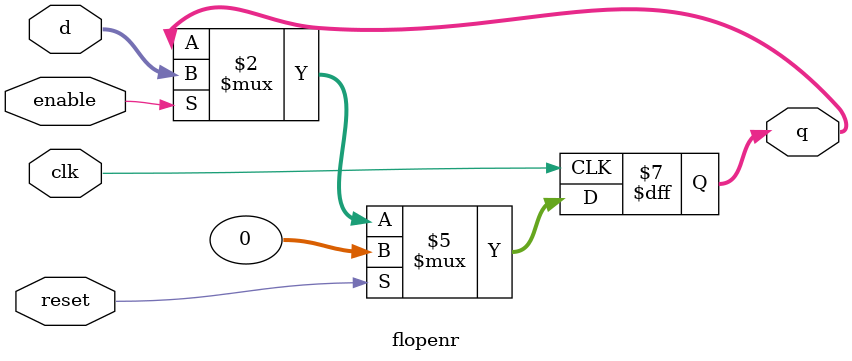
<source format=sv>
/*Basic flip-flop with an enable and reset signal */


module flopenr #(parameter WIDTH = 31)
					 (input logic[WIDTH:0] d,
					  input logic clk,reset,enable,
					  output logic[WIDTH:0] q);
		 
		 always_ff @(posedge clk)
			if(reset) q <= 0;
			else if(enable) q <= d;		
endmodule


/*module flopr #(parameter WIDTH = 31)
				  (input logic[WIDTH:0] d,
				   input logic clk,reset,
					output logic[WIDTH:0] q);
		always_ff @(posedge clk)
			if(reset) q <= 0;
			else q <= d;
endmodule */
			
								
</source>
